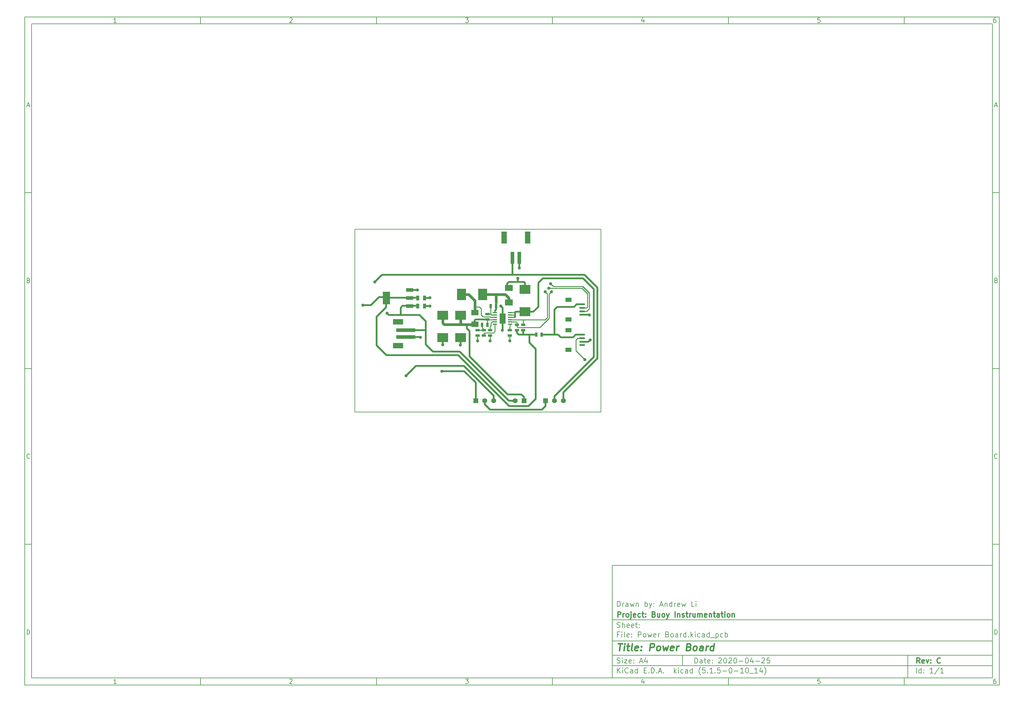
<source format=gbl>
G04 #@! TF.GenerationSoftware,KiCad,Pcbnew,(5.1.5-0-10_14)*
G04 #@! TF.CreationDate,2020-04-26T15:29:48+12:00*
G04 #@! TF.ProjectId,Power Board,506f7765-7220-4426-9f61-72642e6b6963,C*
G04 #@! TF.SameCoordinates,Original*
G04 #@! TF.FileFunction,Copper,L2,Bot*
G04 #@! TF.FilePolarity,Positive*
%FSLAX46Y46*%
G04 Gerber Fmt 4.6, Leading zero omitted, Abs format (unit mm)*
G04 Created by KiCad (PCBNEW (5.1.5-0-10_14)) date 2020-04-26 15:29:48*
%MOMM*%
%LPD*%
G04 APERTURE LIST*
%ADD10C,0.100000*%
%ADD11C,0.150000*%
%ADD12C,0.300000*%
%ADD13C,0.400000*%
%ADD14C,0.200000*%
%ADD15R,1.500000X3.400000*%
%ADD16R,1.000000X3.500000*%
%ADD17R,2.500000X3.250000*%
%ADD18C,1.397000*%
%ADD19R,1.397000X1.397000*%
%ADD20R,3.000000X1.600000*%
%ADD21R,5.500000X1.000000*%
%ADD22R,2.032000X1.016000*%
%ADD23R,2.032000X3.657600*%
%ADD24R,2.199640X1.800000*%
%ADD25R,1.651000X2.845000*%
%ADD26R,1.270000X0.381000*%
%ADD27R,1.800000X1.200000*%
%ADD28R,1.500000X0.600000*%
%ADD29R,2.032000X1.524000*%
%ADD30R,0.889000X1.397000*%
%ADD31R,1.143000X0.635000*%
%ADD32R,0.635000X1.143000*%
%ADD33R,3.100000X2.600000*%
%ADD34C,0.900000*%
%ADD35C,0.254000*%
%ADD36C,0.508000*%
%ADD37C,0.762000*%
G04 APERTURE END LIST*
D10*
D11*
X177002200Y-166007200D02*
X177002200Y-198007200D01*
X285002200Y-198007200D01*
X285002200Y-166007200D01*
X177002200Y-166007200D01*
D10*
D11*
X10000000Y-10000000D02*
X10000000Y-200007200D01*
X287002200Y-200007200D01*
X287002200Y-10000000D01*
X10000000Y-10000000D01*
D10*
D11*
X12000000Y-12000000D02*
X12000000Y-198007200D01*
X285002200Y-198007200D01*
X285002200Y-12000000D01*
X12000000Y-12000000D01*
D10*
D11*
X60000000Y-12000000D02*
X60000000Y-10000000D01*
D10*
D11*
X110000000Y-12000000D02*
X110000000Y-10000000D01*
D10*
D11*
X160000000Y-12000000D02*
X160000000Y-10000000D01*
D10*
D11*
X210000000Y-12000000D02*
X210000000Y-10000000D01*
D10*
D11*
X260000000Y-12000000D02*
X260000000Y-10000000D01*
D10*
D11*
X36065476Y-11588095D02*
X35322619Y-11588095D01*
X35694047Y-11588095D02*
X35694047Y-10288095D01*
X35570238Y-10473809D01*
X35446428Y-10597619D01*
X35322619Y-10659523D01*
D10*
D11*
X85322619Y-10411904D02*
X85384523Y-10350000D01*
X85508333Y-10288095D01*
X85817857Y-10288095D01*
X85941666Y-10350000D01*
X86003571Y-10411904D01*
X86065476Y-10535714D01*
X86065476Y-10659523D01*
X86003571Y-10845238D01*
X85260714Y-11588095D01*
X86065476Y-11588095D01*
D10*
D11*
X135260714Y-10288095D02*
X136065476Y-10288095D01*
X135632142Y-10783333D01*
X135817857Y-10783333D01*
X135941666Y-10845238D01*
X136003571Y-10907142D01*
X136065476Y-11030952D01*
X136065476Y-11340476D01*
X136003571Y-11464285D01*
X135941666Y-11526190D01*
X135817857Y-11588095D01*
X135446428Y-11588095D01*
X135322619Y-11526190D01*
X135260714Y-11464285D01*
D10*
D11*
X185941666Y-10721428D02*
X185941666Y-11588095D01*
X185632142Y-10226190D02*
X185322619Y-11154761D01*
X186127380Y-11154761D01*
D10*
D11*
X236003571Y-10288095D02*
X235384523Y-10288095D01*
X235322619Y-10907142D01*
X235384523Y-10845238D01*
X235508333Y-10783333D01*
X235817857Y-10783333D01*
X235941666Y-10845238D01*
X236003571Y-10907142D01*
X236065476Y-11030952D01*
X236065476Y-11340476D01*
X236003571Y-11464285D01*
X235941666Y-11526190D01*
X235817857Y-11588095D01*
X235508333Y-11588095D01*
X235384523Y-11526190D01*
X235322619Y-11464285D01*
D10*
D11*
X285941666Y-10288095D02*
X285694047Y-10288095D01*
X285570238Y-10350000D01*
X285508333Y-10411904D01*
X285384523Y-10597619D01*
X285322619Y-10845238D01*
X285322619Y-11340476D01*
X285384523Y-11464285D01*
X285446428Y-11526190D01*
X285570238Y-11588095D01*
X285817857Y-11588095D01*
X285941666Y-11526190D01*
X286003571Y-11464285D01*
X286065476Y-11340476D01*
X286065476Y-11030952D01*
X286003571Y-10907142D01*
X285941666Y-10845238D01*
X285817857Y-10783333D01*
X285570238Y-10783333D01*
X285446428Y-10845238D01*
X285384523Y-10907142D01*
X285322619Y-11030952D01*
D10*
D11*
X60000000Y-198007200D02*
X60000000Y-200007200D01*
D10*
D11*
X110000000Y-198007200D02*
X110000000Y-200007200D01*
D10*
D11*
X160000000Y-198007200D02*
X160000000Y-200007200D01*
D10*
D11*
X210000000Y-198007200D02*
X210000000Y-200007200D01*
D10*
D11*
X260000000Y-198007200D02*
X260000000Y-200007200D01*
D10*
D11*
X36065476Y-199595295D02*
X35322619Y-199595295D01*
X35694047Y-199595295D02*
X35694047Y-198295295D01*
X35570238Y-198481009D01*
X35446428Y-198604819D01*
X35322619Y-198666723D01*
D10*
D11*
X85322619Y-198419104D02*
X85384523Y-198357200D01*
X85508333Y-198295295D01*
X85817857Y-198295295D01*
X85941666Y-198357200D01*
X86003571Y-198419104D01*
X86065476Y-198542914D01*
X86065476Y-198666723D01*
X86003571Y-198852438D01*
X85260714Y-199595295D01*
X86065476Y-199595295D01*
D10*
D11*
X135260714Y-198295295D02*
X136065476Y-198295295D01*
X135632142Y-198790533D01*
X135817857Y-198790533D01*
X135941666Y-198852438D01*
X136003571Y-198914342D01*
X136065476Y-199038152D01*
X136065476Y-199347676D01*
X136003571Y-199471485D01*
X135941666Y-199533390D01*
X135817857Y-199595295D01*
X135446428Y-199595295D01*
X135322619Y-199533390D01*
X135260714Y-199471485D01*
D10*
D11*
X185941666Y-198728628D02*
X185941666Y-199595295D01*
X185632142Y-198233390D02*
X185322619Y-199161961D01*
X186127380Y-199161961D01*
D10*
D11*
X236003571Y-198295295D02*
X235384523Y-198295295D01*
X235322619Y-198914342D01*
X235384523Y-198852438D01*
X235508333Y-198790533D01*
X235817857Y-198790533D01*
X235941666Y-198852438D01*
X236003571Y-198914342D01*
X236065476Y-199038152D01*
X236065476Y-199347676D01*
X236003571Y-199471485D01*
X235941666Y-199533390D01*
X235817857Y-199595295D01*
X235508333Y-199595295D01*
X235384523Y-199533390D01*
X235322619Y-199471485D01*
D10*
D11*
X285941666Y-198295295D02*
X285694047Y-198295295D01*
X285570238Y-198357200D01*
X285508333Y-198419104D01*
X285384523Y-198604819D01*
X285322619Y-198852438D01*
X285322619Y-199347676D01*
X285384523Y-199471485D01*
X285446428Y-199533390D01*
X285570238Y-199595295D01*
X285817857Y-199595295D01*
X285941666Y-199533390D01*
X286003571Y-199471485D01*
X286065476Y-199347676D01*
X286065476Y-199038152D01*
X286003571Y-198914342D01*
X285941666Y-198852438D01*
X285817857Y-198790533D01*
X285570238Y-198790533D01*
X285446428Y-198852438D01*
X285384523Y-198914342D01*
X285322619Y-199038152D01*
D10*
D11*
X10000000Y-60000000D02*
X12000000Y-60000000D01*
D10*
D11*
X10000000Y-110000000D02*
X12000000Y-110000000D01*
D10*
D11*
X10000000Y-160000000D02*
X12000000Y-160000000D01*
D10*
D11*
X10690476Y-35216666D02*
X11309523Y-35216666D01*
X10566666Y-35588095D02*
X11000000Y-34288095D01*
X11433333Y-35588095D01*
D10*
D11*
X11092857Y-84907142D02*
X11278571Y-84969047D01*
X11340476Y-85030952D01*
X11402380Y-85154761D01*
X11402380Y-85340476D01*
X11340476Y-85464285D01*
X11278571Y-85526190D01*
X11154761Y-85588095D01*
X10659523Y-85588095D01*
X10659523Y-84288095D01*
X11092857Y-84288095D01*
X11216666Y-84350000D01*
X11278571Y-84411904D01*
X11340476Y-84535714D01*
X11340476Y-84659523D01*
X11278571Y-84783333D01*
X11216666Y-84845238D01*
X11092857Y-84907142D01*
X10659523Y-84907142D01*
D10*
D11*
X11402380Y-135464285D02*
X11340476Y-135526190D01*
X11154761Y-135588095D01*
X11030952Y-135588095D01*
X10845238Y-135526190D01*
X10721428Y-135402380D01*
X10659523Y-135278571D01*
X10597619Y-135030952D01*
X10597619Y-134845238D01*
X10659523Y-134597619D01*
X10721428Y-134473809D01*
X10845238Y-134350000D01*
X11030952Y-134288095D01*
X11154761Y-134288095D01*
X11340476Y-134350000D01*
X11402380Y-134411904D01*
D10*
D11*
X10659523Y-185588095D02*
X10659523Y-184288095D01*
X10969047Y-184288095D01*
X11154761Y-184350000D01*
X11278571Y-184473809D01*
X11340476Y-184597619D01*
X11402380Y-184845238D01*
X11402380Y-185030952D01*
X11340476Y-185278571D01*
X11278571Y-185402380D01*
X11154761Y-185526190D01*
X10969047Y-185588095D01*
X10659523Y-185588095D01*
D10*
D11*
X287002200Y-60000000D02*
X285002200Y-60000000D01*
D10*
D11*
X287002200Y-110000000D02*
X285002200Y-110000000D01*
D10*
D11*
X287002200Y-160000000D02*
X285002200Y-160000000D01*
D10*
D11*
X285692676Y-35216666D02*
X286311723Y-35216666D01*
X285568866Y-35588095D02*
X286002200Y-34288095D01*
X286435533Y-35588095D01*
D10*
D11*
X286095057Y-84907142D02*
X286280771Y-84969047D01*
X286342676Y-85030952D01*
X286404580Y-85154761D01*
X286404580Y-85340476D01*
X286342676Y-85464285D01*
X286280771Y-85526190D01*
X286156961Y-85588095D01*
X285661723Y-85588095D01*
X285661723Y-84288095D01*
X286095057Y-84288095D01*
X286218866Y-84350000D01*
X286280771Y-84411904D01*
X286342676Y-84535714D01*
X286342676Y-84659523D01*
X286280771Y-84783333D01*
X286218866Y-84845238D01*
X286095057Y-84907142D01*
X285661723Y-84907142D01*
D10*
D11*
X286404580Y-135464285D02*
X286342676Y-135526190D01*
X286156961Y-135588095D01*
X286033152Y-135588095D01*
X285847438Y-135526190D01*
X285723628Y-135402380D01*
X285661723Y-135278571D01*
X285599819Y-135030952D01*
X285599819Y-134845238D01*
X285661723Y-134597619D01*
X285723628Y-134473809D01*
X285847438Y-134350000D01*
X286033152Y-134288095D01*
X286156961Y-134288095D01*
X286342676Y-134350000D01*
X286404580Y-134411904D01*
D10*
D11*
X285661723Y-185588095D02*
X285661723Y-184288095D01*
X285971247Y-184288095D01*
X286156961Y-184350000D01*
X286280771Y-184473809D01*
X286342676Y-184597619D01*
X286404580Y-184845238D01*
X286404580Y-185030952D01*
X286342676Y-185278571D01*
X286280771Y-185402380D01*
X286156961Y-185526190D01*
X285971247Y-185588095D01*
X285661723Y-185588095D01*
D10*
D11*
X200434342Y-193785771D02*
X200434342Y-192285771D01*
X200791485Y-192285771D01*
X201005771Y-192357200D01*
X201148628Y-192500057D01*
X201220057Y-192642914D01*
X201291485Y-192928628D01*
X201291485Y-193142914D01*
X201220057Y-193428628D01*
X201148628Y-193571485D01*
X201005771Y-193714342D01*
X200791485Y-193785771D01*
X200434342Y-193785771D01*
X202577200Y-193785771D02*
X202577200Y-193000057D01*
X202505771Y-192857200D01*
X202362914Y-192785771D01*
X202077200Y-192785771D01*
X201934342Y-192857200D01*
X202577200Y-193714342D02*
X202434342Y-193785771D01*
X202077200Y-193785771D01*
X201934342Y-193714342D01*
X201862914Y-193571485D01*
X201862914Y-193428628D01*
X201934342Y-193285771D01*
X202077200Y-193214342D01*
X202434342Y-193214342D01*
X202577200Y-193142914D01*
X203077200Y-192785771D02*
X203648628Y-192785771D01*
X203291485Y-192285771D02*
X203291485Y-193571485D01*
X203362914Y-193714342D01*
X203505771Y-193785771D01*
X203648628Y-193785771D01*
X204720057Y-193714342D02*
X204577200Y-193785771D01*
X204291485Y-193785771D01*
X204148628Y-193714342D01*
X204077200Y-193571485D01*
X204077200Y-193000057D01*
X204148628Y-192857200D01*
X204291485Y-192785771D01*
X204577200Y-192785771D01*
X204720057Y-192857200D01*
X204791485Y-193000057D01*
X204791485Y-193142914D01*
X204077200Y-193285771D01*
X205434342Y-193642914D02*
X205505771Y-193714342D01*
X205434342Y-193785771D01*
X205362914Y-193714342D01*
X205434342Y-193642914D01*
X205434342Y-193785771D01*
X205434342Y-192857200D02*
X205505771Y-192928628D01*
X205434342Y-193000057D01*
X205362914Y-192928628D01*
X205434342Y-192857200D01*
X205434342Y-193000057D01*
X207220057Y-192428628D02*
X207291485Y-192357200D01*
X207434342Y-192285771D01*
X207791485Y-192285771D01*
X207934342Y-192357200D01*
X208005771Y-192428628D01*
X208077200Y-192571485D01*
X208077200Y-192714342D01*
X208005771Y-192928628D01*
X207148628Y-193785771D01*
X208077200Y-193785771D01*
X209005771Y-192285771D02*
X209148628Y-192285771D01*
X209291485Y-192357200D01*
X209362914Y-192428628D01*
X209434342Y-192571485D01*
X209505771Y-192857200D01*
X209505771Y-193214342D01*
X209434342Y-193500057D01*
X209362914Y-193642914D01*
X209291485Y-193714342D01*
X209148628Y-193785771D01*
X209005771Y-193785771D01*
X208862914Y-193714342D01*
X208791485Y-193642914D01*
X208720057Y-193500057D01*
X208648628Y-193214342D01*
X208648628Y-192857200D01*
X208720057Y-192571485D01*
X208791485Y-192428628D01*
X208862914Y-192357200D01*
X209005771Y-192285771D01*
X210077200Y-192428628D02*
X210148628Y-192357200D01*
X210291485Y-192285771D01*
X210648628Y-192285771D01*
X210791485Y-192357200D01*
X210862914Y-192428628D01*
X210934342Y-192571485D01*
X210934342Y-192714342D01*
X210862914Y-192928628D01*
X210005771Y-193785771D01*
X210934342Y-193785771D01*
X211862914Y-192285771D02*
X212005771Y-192285771D01*
X212148628Y-192357200D01*
X212220057Y-192428628D01*
X212291485Y-192571485D01*
X212362914Y-192857200D01*
X212362914Y-193214342D01*
X212291485Y-193500057D01*
X212220057Y-193642914D01*
X212148628Y-193714342D01*
X212005771Y-193785771D01*
X211862914Y-193785771D01*
X211720057Y-193714342D01*
X211648628Y-193642914D01*
X211577200Y-193500057D01*
X211505771Y-193214342D01*
X211505771Y-192857200D01*
X211577200Y-192571485D01*
X211648628Y-192428628D01*
X211720057Y-192357200D01*
X211862914Y-192285771D01*
X213005771Y-193214342D02*
X214148628Y-193214342D01*
X215148628Y-192285771D02*
X215291485Y-192285771D01*
X215434342Y-192357200D01*
X215505771Y-192428628D01*
X215577200Y-192571485D01*
X215648628Y-192857200D01*
X215648628Y-193214342D01*
X215577200Y-193500057D01*
X215505771Y-193642914D01*
X215434342Y-193714342D01*
X215291485Y-193785771D01*
X215148628Y-193785771D01*
X215005771Y-193714342D01*
X214934342Y-193642914D01*
X214862914Y-193500057D01*
X214791485Y-193214342D01*
X214791485Y-192857200D01*
X214862914Y-192571485D01*
X214934342Y-192428628D01*
X215005771Y-192357200D01*
X215148628Y-192285771D01*
X216934342Y-192785771D02*
X216934342Y-193785771D01*
X216577200Y-192214342D02*
X216220057Y-193285771D01*
X217148628Y-193285771D01*
X217720057Y-193214342D02*
X218862914Y-193214342D01*
X219505771Y-192428628D02*
X219577200Y-192357200D01*
X219720057Y-192285771D01*
X220077200Y-192285771D01*
X220220057Y-192357200D01*
X220291485Y-192428628D01*
X220362914Y-192571485D01*
X220362914Y-192714342D01*
X220291485Y-192928628D01*
X219434342Y-193785771D01*
X220362914Y-193785771D01*
X221720057Y-192285771D02*
X221005771Y-192285771D01*
X220934342Y-193000057D01*
X221005771Y-192928628D01*
X221148628Y-192857200D01*
X221505771Y-192857200D01*
X221648628Y-192928628D01*
X221720057Y-193000057D01*
X221791485Y-193142914D01*
X221791485Y-193500057D01*
X221720057Y-193642914D01*
X221648628Y-193714342D01*
X221505771Y-193785771D01*
X221148628Y-193785771D01*
X221005771Y-193714342D01*
X220934342Y-193642914D01*
D10*
D11*
X177002200Y-194507200D02*
X285002200Y-194507200D01*
D10*
D11*
X178434342Y-196585771D02*
X178434342Y-195085771D01*
X179291485Y-196585771D02*
X178648628Y-195728628D01*
X179291485Y-195085771D02*
X178434342Y-195942914D01*
X179934342Y-196585771D02*
X179934342Y-195585771D01*
X179934342Y-195085771D02*
X179862914Y-195157200D01*
X179934342Y-195228628D01*
X180005771Y-195157200D01*
X179934342Y-195085771D01*
X179934342Y-195228628D01*
X181505771Y-196442914D02*
X181434342Y-196514342D01*
X181220057Y-196585771D01*
X181077200Y-196585771D01*
X180862914Y-196514342D01*
X180720057Y-196371485D01*
X180648628Y-196228628D01*
X180577200Y-195942914D01*
X180577200Y-195728628D01*
X180648628Y-195442914D01*
X180720057Y-195300057D01*
X180862914Y-195157200D01*
X181077200Y-195085771D01*
X181220057Y-195085771D01*
X181434342Y-195157200D01*
X181505771Y-195228628D01*
X182791485Y-196585771D02*
X182791485Y-195800057D01*
X182720057Y-195657200D01*
X182577200Y-195585771D01*
X182291485Y-195585771D01*
X182148628Y-195657200D01*
X182791485Y-196514342D02*
X182648628Y-196585771D01*
X182291485Y-196585771D01*
X182148628Y-196514342D01*
X182077200Y-196371485D01*
X182077200Y-196228628D01*
X182148628Y-196085771D01*
X182291485Y-196014342D01*
X182648628Y-196014342D01*
X182791485Y-195942914D01*
X184148628Y-196585771D02*
X184148628Y-195085771D01*
X184148628Y-196514342D02*
X184005771Y-196585771D01*
X183720057Y-196585771D01*
X183577200Y-196514342D01*
X183505771Y-196442914D01*
X183434342Y-196300057D01*
X183434342Y-195871485D01*
X183505771Y-195728628D01*
X183577200Y-195657200D01*
X183720057Y-195585771D01*
X184005771Y-195585771D01*
X184148628Y-195657200D01*
X186005771Y-195800057D02*
X186505771Y-195800057D01*
X186720057Y-196585771D02*
X186005771Y-196585771D01*
X186005771Y-195085771D01*
X186720057Y-195085771D01*
X187362914Y-196442914D02*
X187434342Y-196514342D01*
X187362914Y-196585771D01*
X187291485Y-196514342D01*
X187362914Y-196442914D01*
X187362914Y-196585771D01*
X188077200Y-196585771D02*
X188077200Y-195085771D01*
X188434342Y-195085771D01*
X188648628Y-195157200D01*
X188791485Y-195300057D01*
X188862914Y-195442914D01*
X188934342Y-195728628D01*
X188934342Y-195942914D01*
X188862914Y-196228628D01*
X188791485Y-196371485D01*
X188648628Y-196514342D01*
X188434342Y-196585771D01*
X188077200Y-196585771D01*
X189577200Y-196442914D02*
X189648628Y-196514342D01*
X189577200Y-196585771D01*
X189505771Y-196514342D01*
X189577200Y-196442914D01*
X189577200Y-196585771D01*
X190220057Y-196157200D02*
X190934342Y-196157200D01*
X190077200Y-196585771D02*
X190577200Y-195085771D01*
X191077200Y-196585771D01*
X191577200Y-196442914D02*
X191648628Y-196514342D01*
X191577200Y-196585771D01*
X191505771Y-196514342D01*
X191577200Y-196442914D01*
X191577200Y-196585771D01*
X194577200Y-196585771D02*
X194577200Y-195085771D01*
X194720057Y-196014342D02*
X195148628Y-196585771D01*
X195148628Y-195585771D02*
X194577200Y-196157200D01*
X195791485Y-196585771D02*
X195791485Y-195585771D01*
X195791485Y-195085771D02*
X195720057Y-195157200D01*
X195791485Y-195228628D01*
X195862914Y-195157200D01*
X195791485Y-195085771D01*
X195791485Y-195228628D01*
X197148628Y-196514342D02*
X197005771Y-196585771D01*
X196720057Y-196585771D01*
X196577200Y-196514342D01*
X196505771Y-196442914D01*
X196434342Y-196300057D01*
X196434342Y-195871485D01*
X196505771Y-195728628D01*
X196577200Y-195657200D01*
X196720057Y-195585771D01*
X197005771Y-195585771D01*
X197148628Y-195657200D01*
X198434342Y-196585771D02*
X198434342Y-195800057D01*
X198362914Y-195657200D01*
X198220057Y-195585771D01*
X197934342Y-195585771D01*
X197791485Y-195657200D01*
X198434342Y-196514342D02*
X198291485Y-196585771D01*
X197934342Y-196585771D01*
X197791485Y-196514342D01*
X197720057Y-196371485D01*
X197720057Y-196228628D01*
X197791485Y-196085771D01*
X197934342Y-196014342D01*
X198291485Y-196014342D01*
X198434342Y-195942914D01*
X199791485Y-196585771D02*
X199791485Y-195085771D01*
X199791485Y-196514342D02*
X199648628Y-196585771D01*
X199362914Y-196585771D01*
X199220057Y-196514342D01*
X199148628Y-196442914D01*
X199077200Y-196300057D01*
X199077200Y-195871485D01*
X199148628Y-195728628D01*
X199220057Y-195657200D01*
X199362914Y-195585771D01*
X199648628Y-195585771D01*
X199791485Y-195657200D01*
X202077200Y-197157200D02*
X202005771Y-197085771D01*
X201862914Y-196871485D01*
X201791485Y-196728628D01*
X201720057Y-196514342D01*
X201648628Y-196157200D01*
X201648628Y-195871485D01*
X201720057Y-195514342D01*
X201791485Y-195300057D01*
X201862914Y-195157200D01*
X202005771Y-194942914D01*
X202077200Y-194871485D01*
X203362914Y-195085771D02*
X202648628Y-195085771D01*
X202577200Y-195800057D01*
X202648628Y-195728628D01*
X202791485Y-195657200D01*
X203148628Y-195657200D01*
X203291485Y-195728628D01*
X203362914Y-195800057D01*
X203434342Y-195942914D01*
X203434342Y-196300057D01*
X203362914Y-196442914D01*
X203291485Y-196514342D01*
X203148628Y-196585771D01*
X202791485Y-196585771D01*
X202648628Y-196514342D01*
X202577200Y-196442914D01*
X204077200Y-196442914D02*
X204148628Y-196514342D01*
X204077200Y-196585771D01*
X204005771Y-196514342D01*
X204077200Y-196442914D01*
X204077200Y-196585771D01*
X205577200Y-196585771D02*
X204720057Y-196585771D01*
X205148628Y-196585771D02*
X205148628Y-195085771D01*
X205005771Y-195300057D01*
X204862914Y-195442914D01*
X204720057Y-195514342D01*
X206220057Y-196442914D02*
X206291485Y-196514342D01*
X206220057Y-196585771D01*
X206148628Y-196514342D01*
X206220057Y-196442914D01*
X206220057Y-196585771D01*
X207648628Y-195085771D02*
X206934342Y-195085771D01*
X206862914Y-195800057D01*
X206934342Y-195728628D01*
X207077200Y-195657200D01*
X207434342Y-195657200D01*
X207577200Y-195728628D01*
X207648628Y-195800057D01*
X207720057Y-195942914D01*
X207720057Y-196300057D01*
X207648628Y-196442914D01*
X207577200Y-196514342D01*
X207434342Y-196585771D01*
X207077200Y-196585771D01*
X206934342Y-196514342D01*
X206862914Y-196442914D01*
X208362914Y-196014342D02*
X209505771Y-196014342D01*
X210505771Y-195085771D02*
X210648628Y-195085771D01*
X210791485Y-195157200D01*
X210862914Y-195228628D01*
X210934342Y-195371485D01*
X211005771Y-195657200D01*
X211005771Y-196014342D01*
X210934342Y-196300057D01*
X210862914Y-196442914D01*
X210791485Y-196514342D01*
X210648628Y-196585771D01*
X210505771Y-196585771D01*
X210362914Y-196514342D01*
X210291485Y-196442914D01*
X210220057Y-196300057D01*
X210148628Y-196014342D01*
X210148628Y-195657200D01*
X210220057Y-195371485D01*
X210291485Y-195228628D01*
X210362914Y-195157200D01*
X210505771Y-195085771D01*
X211648628Y-196014342D02*
X212791485Y-196014342D01*
X214291485Y-196585771D02*
X213434342Y-196585771D01*
X213862914Y-196585771D02*
X213862914Y-195085771D01*
X213720057Y-195300057D01*
X213577200Y-195442914D01*
X213434342Y-195514342D01*
X215220057Y-195085771D02*
X215362914Y-195085771D01*
X215505771Y-195157200D01*
X215577200Y-195228628D01*
X215648628Y-195371485D01*
X215720057Y-195657200D01*
X215720057Y-196014342D01*
X215648628Y-196300057D01*
X215577200Y-196442914D01*
X215505771Y-196514342D01*
X215362914Y-196585771D01*
X215220057Y-196585771D01*
X215077200Y-196514342D01*
X215005771Y-196442914D01*
X214934342Y-196300057D01*
X214862914Y-196014342D01*
X214862914Y-195657200D01*
X214934342Y-195371485D01*
X215005771Y-195228628D01*
X215077200Y-195157200D01*
X215220057Y-195085771D01*
X216005771Y-196728628D02*
X217148628Y-196728628D01*
X218291485Y-196585771D02*
X217434342Y-196585771D01*
X217862914Y-196585771D02*
X217862914Y-195085771D01*
X217720057Y-195300057D01*
X217577200Y-195442914D01*
X217434342Y-195514342D01*
X219577200Y-195585771D02*
X219577200Y-196585771D01*
X219220057Y-195014342D02*
X218862914Y-196085771D01*
X219791485Y-196085771D01*
X220220057Y-197157200D02*
X220291485Y-197085771D01*
X220434342Y-196871485D01*
X220505771Y-196728628D01*
X220577200Y-196514342D01*
X220648628Y-196157200D01*
X220648628Y-195871485D01*
X220577200Y-195514342D01*
X220505771Y-195300057D01*
X220434342Y-195157200D01*
X220291485Y-194942914D01*
X220220057Y-194871485D01*
D10*
D11*
X177002200Y-191507200D02*
X285002200Y-191507200D01*
D10*
D12*
X264411485Y-193785771D02*
X263911485Y-193071485D01*
X263554342Y-193785771D02*
X263554342Y-192285771D01*
X264125771Y-192285771D01*
X264268628Y-192357200D01*
X264340057Y-192428628D01*
X264411485Y-192571485D01*
X264411485Y-192785771D01*
X264340057Y-192928628D01*
X264268628Y-193000057D01*
X264125771Y-193071485D01*
X263554342Y-193071485D01*
X265625771Y-193714342D02*
X265482914Y-193785771D01*
X265197200Y-193785771D01*
X265054342Y-193714342D01*
X264982914Y-193571485D01*
X264982914Y-193000057D01*
X265054342Y-192857200D01*
X265197200Y-192785771D01*
X265482914Y-192785771D01*
X265625771Y-192857200D01*
X265697200Y-193000057D01*
X265697200Y-193142914D01*
X264982914Y-193285771D01*
X266197200Y-192785771D02*
X266554342Y-193785771D01*
X266911485Y-192785771D01*
X267482914Y-193642914D02*
X267554342Y-193714342D01*
X267482914Y-193785771D01*
X267411485Y-193714342D01*
X267482914Y-193642914D01*
X267482914Y-193785771D01*
X267482914Y-192857200D02*
X267554342Y-192928628D01*
X267482914Y-193000057D01*
X267411485Y-192928628D01*
X267482914Y-192857200D01*
X267482914Y-193000057D01*
X270197200Y-193642914D02*
X270125771Y-193714342D01*
X269911485Y-193785771D01*
X269768628Y-193785771D01*
X269554342Y-193714342D01*
X269411485Y-193571485D01*
X269340057Y-193428628D01*
X269268628Y-193142914D01*
X269268628Y-192928628D01*
X269340057Y-192642914D01*
X269411485Y-192500057D01*
X269554342Y-192357200D01*
X269768628Y-192285771D01*
X269911485Y-192285771D01*
X270125771Y-192357200D01*
X270197200Y-192428628D01*
D10*
D11*
X178362914Y-193714342D02*
X178577200Y-193785771D01*
X178934342Y-193785771D01*
X179077200Y-193714342D01*
X179148628Y-193642914D01*
X179220057Y-193500057D01*
X179220057Y-193357200D01*
X179148628Y-193214342D01*
X179077200Y-193142914D01*
X178934342Y-193071485D01*
X178648628Y-193000057D01*
X178505771Y-192928628D01*
X178434342Y-192857200D01*
X178362914Y-192714342D01*
X178362914Y-192571485D01*
X178434342Y-192428628D01*
X178505771Y-192357200D01*
X178648628Y-192285771D01*
X179005771Y-192285771D01*
X179220057Y-192357200D01*
X179862914Y-193785771D02*
X179862914Y-192785771D01*
X179862914Y-192285771D02*
X179791485Y-192357200D01*
X179862914Y-192428628D01*
X179934342Y-192357200D01*
X179862914Y-192285771D01*
X179862914Y-192428628D01*
X180434342Y-192785771D02*
X181220057Y-192785771D01*
X180434342Y-193785771D01*
X181220057Y-193785771D01*
X182362914Y-193714342D02*
X182220057Y-193785771D01*
X181934342Y-193785771D01*
X181791485Y-193714342D01*
X181720057Y-193571485D01*
X181720057Y-193000057D01*
X181791485Y-192857200D01*
X181934342Y-192785771D01*
X182220057Y-192785771D01*
X182362914Y-192857200D01*
X182434342Y-193000057D01*
X182434342Y-193142914D01*
X181720057Y-193285771D01*
X183077200Y-193642914D02*
X183148628Y-193714342D01*
X183077200Y-193785771D01*
X183005771Y-193714342D01*
X183077200Y-193642914D01*
X183077200Y-193785771D01*
X183077200Y-192857200D02*
X183148628Y-192928628D01*
X183077200Y-193000057D01*
X183005771Y-192928628D01*
X183077200Y-192857200D01*
X183077200Y-193000057D01*
X184862914Y-193357200D02*
X185577200Y-193357200D01*
X184720057Y-193785771D02*
X185220057Y-192285771D01*
X185720057Y-193785771D01*
X186862914Y-192785771D02*
X186862914Y-193785771D01*
X186505771Y-192214342D02*
X186148628Y-193285771D01*
X187077200Y-193285771D01*
D10*
D11*
X263434342Y-196585771D02*
X263434342Y-195085771D01*
X264791485Y-196585771D02*
X264791485Y-195085771D01*
X264791485Y-196514342D02*
X264648628Y-196585771D01*
X264362914Y-196585771D01*
X264220057Y-196514342D01*
X264148628Y-196442914D01*
X264077200Y-196300057D01*
X264077200Y-195871485D01*
X264148628Y-195728628D01*
X264220057Y-195657200D01*
X264362914Y-195585771D01*
X264648628Y-195585771D01*
X264791485Y-195657200D01*
X265505771Y-196442914D02*
X265577200Y-196514342D01*
X265505771Y-196585771D01*
X265434342Y-196514342D01*
X265505771Y-196442914D01*
X265505771Y-196585771D01*
X265505771Y-195657200D02*
X265577200Y-195728628D01*
X265505771Y-195800057D01*
X265434342Y-195728628D01*
X265505771Y-195657200D01*
X265505771Y-195800057D01*
X268148628Y-196585771D02*
X267291485Y-196585771D01*
X267720057Y-196585771D02*
X267720057Y-195085771D01*
X267577200Y-195300057D01*
X267434342Y-195442914D01*
X267291485Y-195514342D01*
X269862914Y-195014342D02*
X268577200Y-196942914D01*
X271148628Y-196585771D02*
X270291485Y-196585771D01*
X270720057Y-196585771D02*
X270720057Y-195085771D01*
X270577200Y-195300057D01*
X270434342Y-195442914D01*
X270291485Y-195514342D01*
D10*
D11*
X177002200Y-187507200D02*
X285002200Y-187507200D01*
D10*
D13*
X178714580Y-188211961D02*
X179857438Y-188211961D01*
X179036009Y-190211961D02*
X179286009Y-188211961D01*
X180274104Y-190211961D02*
X180440771Y-188878628D01*
X180524104Y-188211961D02*
X180416961Y-188307200D01*
X180500295Y-188402438D01*
X180607438Y-188307200D01*
X180524104Y-188211961D01*
X180500295Y-188402438D01*
X181107438Y-188878628D02*
X181869342Y-188878628D01*
X181476485Y-188211961D02*
X181262200Y-189926247D01*
X181333628Y-190116723D01*
X181512200Y-190211961D01*
X181702676Y-190211961D01*
X182655057Y-190211961D02*
X182476485Y-190116723D01*
X182405057Y-189926247D01*
X182619342Y-188211961D01*
X184190771Y-190116723D02*
X183988390Y-190211961D01*
X183607438Y-190211961D01*
X183428866Y-190116723D01*
X183357438Y-189926247D01*
X183452676Y-189164342D01*
X183571723Y-188973866D01*
X183774104Y-188878628D01*
X184155057Y-188878628D01*
X184333628Y-188973866D01*
X184405057Y-189164342D01*
X184381247Y-189354819D01*
X183405057Y-189545295D01*
X185155057Y-190021485D02*
X185238390Y-190116723D01*
X185131247Y-190211961D01*
X185047914Y-190116723D01*
X185155057Y-190021485D01*
X185131247Y-190211961D01*
X185286009Y-188973866D02*
X185369342Y-189069104D01*
X185262200Y-189164342D01*
X185178866Y-189069104D01*
X185286009Y-188973866D01*
X185262200Y-189164342D01*
X187607438Y-190211961D02*
X187857438Y-188211961D01*
X188619342Y-188211961D01*
X188797914Y-188307200D01*
X188881247Y-188402438D01*
X188952676Y-188592914D01*
X188916961Y-188878628D01*
X188797914Y-189069104D01*
X188690771Y-189164342D01*
X188488390Y-189259580D01*
X187726485Y-189259580D01*
X189893152Y-190211961D02*
X189714580Y-190116723D01*
X189631247Y-190021485D01*
X189559819Y-189831009D01*
X189631247Y-189259580D01*
X189750295Y-189069104D01*
X189857438Y-188973866D01*
X190059819Y-188878628D01*
X190345533Y-188878628D01*
X190524104Y-188973866D01*
X190607438Y-189069104D01*
X190678866Y-189259580D01*
X190607438Y-189831009D01*
X190488390Y-190021485D01*
X190381247Y-190116723D01*
X190178866Y-190211961D01*
X189893152Y-190211961D01*
X191393152Y-188878628D02*
X191607438Y-190211961D01*
X192107438Y-189259580D01*
X192369342Y-190211961D01*
X192916961Y-188878628D01*
X194286009Y-190116723D02*
X194083628Y-190211961D01*
X193702676Y-190211961D01*
X193524104Y-190116723D01*
X193452676Y-189926247D01*
X193547914Y-189164342D01*
X193666961Y-188973866D01*
X193869342Y-188878628D01*
X194250295Y-188878628D01*
X194428866Y-188973866D01*
X194500295Y-189164342D01*
X194476485Y-189354819D01*
X193500295Y-189545295D01*
X195226485Y-190211961D02*
X195393152Y-188878628D01*
X195345533Y-189259580D02*
X195464580Y-189069104D01*
X195571723Y-188973866D01*
X195774104Y-188878628D01*
X195964580Y-188878628D01*
X198786009Y-189164342D02*
X199059819Y-189259580D01*
X199143152Y-189354819D01*
X199214580Y-189545295D01*
X199178866Y-189831009D01*
X199059819Y-190021485D01*
X198952676Y-190116723D01*
X198750295Y-190211961D01*
X197988390Y-190211961D01*
X198238390Y-188211961D01*
X198905057Y-188211961D01*
X199083628Y-188307200D01*
X199166961Y-188402438D01*
X199238390Y-188592914D01*
X199214580Y-188783390D01*
X199095533Y-188973866D01*
X198988390Y-189069104D01*
X198786009Y-189164342D01*
X198119342Y-189164342D01*
X200274104Y-190211961D02*
X200095533Y-190116723D01*
X200012200Y-190021485D01*
X199940771Y-189831009D01*
X200012200Y-189259580D01*
X200131247Y-189069104D01*
X200238390Y-188973866D01*
X200440771Y-188878628D01*
X200726485Y-188878628D01*
X200905057Y-188973866D01*
X200988390Y-189069104D01*
X201059819Y-189259580D01*
X200988390Y-189831009D01*
X200869342Y-190021485D01*
X200762200Y-190116723D01*
X200559819Y-190211961D01*
X200274104Y-190211961D01*
X202655057Y-190211961D02*
X202786009Y-189164342D01*
X202714580Y-188973866D01*
X202536009Y-188878628D01*
X202155057Y-188878628D01*
X201952676Y-188973866D01*
X202666961Y-190116723D02*
X202464580Y-190211961D01*
X201988390Y-190211961D01*
X201809819Y-190116723D01*
X201738390Y-189926247D01*
X201762200Y-189735771D01*
X201881247Y-189545295D01*
X202083628Y-189450057D01*
X202559819Y-189450057D01*
X202762200Y-189354819D01*
X203607438Y-190211961D02*
X203774104Y-188878628D01*
X203726485Y-189259580D02*
X203845533Y-189069104D01*
X203952676Y-188973866D01*
X204155057Y-188878628D01*
X204345533Y-188878628D01*
X205702676Y-190211961D02*
X205952676Y-188211961D01*
X205714580Y-190116723D02*
X205512200Y-190211961D01*
X205131247Y-190211961D01*
X204952676Y-190116723D01*
X204869342Y-190021485D01*
X204797914Y-189831009D01*
X204869342Y-189259580D01*
X204988390Y-189069104D01*
X205095533Y-188973866D01*
X205297914Y-188878628D01*
X205678866Y-188878628D01*
X205857438Y-188973866D01*
D10*
D11*
X178934342Y-185600057D02*
X178434342Y-185600057D01*
X178434342Y-186385771D02*
X178434342Y-184885771D01*
X179148628Y-184885771D01*
X179720057Y-186385771D02*
X179720057Y-185385771D01*
X179720057Y-184885771D02*
X179648628Y-184957200D01*
X179720057Y-185028628D01*
X179791485Y-184957200D01*
X179720057Y-184885771D01*
X179720057Y-185028628D01*
X180648628Y-186385771D02*
X180505771Y-186314342D01*
X180434342Y-186171485D01*
X180434342Y-184885771D01*
X181791485Y-186314342D02*
X181648628Y-186385771D01*
X181362914Y-186385771D01*
X181220057Y-186314342D01*
X181148628Y-186171485D01*
X181148628Y-185600057D01*
X181220057Y-185457200D01*
X181362914Y-185385771D01*
X181648628Y-185385771D01*
X181791485Y-185457200D01*
X181862914Y-185600057D01*
X181862914Y-185742914D01*
X181148628Y-185885771D01*
X182505771Y-186242914D02*
X182577200Y-186314342D01*
X182505771Y-186385771D01*
X182434342Y-186314342D01*
X182505771Y-186242914D01*
X182505771Y-186385771D01*
X182505771Y-185457200D02*
X182577200Y-185528628D01*
X182505771Y-185600057D01*
X182434342Y-185528628D01*
X182505771Y-185457200D01*
X182505771Y-185600057D01*
X184362914Y-186385771D02*
X184362914Y-184885771D01*
X184934342Y-184885771D01*
X185077200Y-184957200D01*
X185148628Y-185028628D01*
X185220057Y-185171485D01*
X185220057Y-185385771D01*
X185148628Y-185528628D01*
X185077200Y-185600057D01*
X184934342Y-185671485D01*
X184362914Y-185671485D01*
X186077200Y-186385771D02*
X185934342Y-186314342D01*
X185862914Y-186242914D01*
X185791485Y-186100057D01*
X185791485Y-185671485D01*
X185862914Y-185528628D01*
X185934342Y-185457200D01*
X186077200Y-185385771D01*
X186291485Y-185385771D01*
X186434342Y-185457200D01*
X186505771Y-185528628D01*
X186577200Y-185671485D01*
X186577200Y-186100057D01*
X186505771Y-186242914D01*
X186434342Y-186314342D01*
X186291485Y-186385771D01*
X186077200Y-186385771D01*
X187077200Y-185385771D02*
X187362914Y-186385771D01*
X187648628Y-185671485D01*
X187934342Y-186385771D01*
X188220057Y-185385771D01*
X189362914Y-186314342D02*
X189220057Y-186385771D01*
X188934342Y-186385771D01*
X188791485Y-186314342D01*
X188720057Y-186171485D01*
X188720057Y-185600057D01*
X188791485Y-185457200D01*
X188934342Y-185385771D01*
X189220057Y-185385771D01*
X189362914Y-185457200D01*
X189434342Y-185600057D01*
X189434342Y-185742914D01*
X188720057Y-185885771D01*
X190077200Y-186385771D02*
X190077200Y-185385771D01*
X190077200Y-185671485D02*
X190148628Y-185528628D01*
X190220057Y-185457200D01*
X190362914Y-185385771D01*
X190505771Y-185385771D01*
X192648628Y-185600057D02*
X192862914Y-185671485D01*
X192934342Y-185742914D01*
X193005771Y-185885771D01*
X193005771Y-186100057D01*
X192934342Y-186242914D01*
X192862914Y-186314342D01*
X192720057Y-186385771D01*
X192148628Y-186385771D01*
X192148628Y-184885771D01*
X192648628Y-184885771D01*
X192791485Y-184957200D01*
X192862914Y-185028628D01*
X192934342Y-185171485D01*
X192934342Y-185314342D01*
X192862914Y-185457200D01*
X192791485Y-185528628D01*
X192648628Y-185600057D01*
X192148628Y-185600057D01*
X193862914Y-186385771D02*
X193720057Y-186314342D01*
X193648628Y-186242914D01*
X193577200Y-186100057D01*
X193577200Y-185671485D01*
X193648628Y-185528628D01*
X193720057Y-185457200D01*
X193862914Y-185385771D01*
X194077200Y-185385771D01*
X194220057Y-185457200D01*
X194291485Y-185528628D01*
X194362914Y-185671485D01*
X194362914Y-186100057D01*
X194291485Y-186242914D01*
X194220057Y-186314342D01*
X194077200Y-186385771D01*
X193862914Y-186385771D01*
X195648628Y-186385771D02*
X195648628Y-185600057D01*
X195577200Y-185457200D01*
X195434342Y-185385771D01*
X195148628Y-185385771D01*
X195005771Y-185457200D01*
X195648628Y-186314342D02*
X195505771Y-186385771D01*
X195148628Y-186385771D01*
X195005771Y-186314342D01*
X194934342Y-186171485D01*
X194934342Y-186028628D01*
X195005771Y-185885771D01*
X195148628Y-185814342D01*
X195505771Y-185814342D01*
X195648628Y-185742914D01*
X196362914Y-186385771D02*
X196362914Y-185385771D01*
X196362914Y-185671485D02*
X196434342Y-185528628D01*
X196505771Y-185457200D01*
X196648628Y-185385771D01*
X196791485Y-185385771D01*
X197934342Y-186385771D02*
X197934342Y-184885771D01*
X197934342Y-186314342D02*
X197791485Y-186385771D01*
X197505771Y-186385771D01*
X197362914Y-186314342D01*
X197291485Y-186242914D01*
X197220057Y-186100057D01*
X197220057Y-185671485D01*
X197291485Y-185528628D01*
X197362914Y-185457200D01*
X197505771Y-185385771D01*
X197791485Y-185385771D01*
X197934342Y-185457200D01*
X198648628Y-186242914D02*
X198720057Y-186314342D01*
X198648628Y-186385771D01*
X198577200Y-186314342D01*
X198648628Y-186242914D01*
X198648628Y-186385771D01*
X199362914Y-186385771D02*
X199362914Y-184885771D01*
X199505771Y-185814342D02*
X199934342Y-186385771D01*
X199934342Y-185385771D02*
X199362914Y-185957200D01*
X200577200Y-186385771D02*
X200577200Y-185385771D01*
X200577200Y-184885771D02*
X200505771Y-184957200D01*
X200577200Y-185028628D01*
X200648628Y-184957200D01*
X200577200Y-184885771D01*
X200577200Y-185028628D01*
X201934342Y-186314342D02*
X201791485Y-186385771D01*
X201505771Y-186385771D01*
X201362914Y-186314342D01*
X201291485Y-186242914D01*
X201220057Y-186100057D01*
X201220057Y-185671485D01*
X201291485Y-185528628D01*
X201362914Y-185457200D01*
X201505771Y-185385771D01*
X201791485Y-185385771D01*
X201934342Y-185457200D01*
X203220057Y-186385771D02*
X203220057Y-185600057D01*
X203148628Y-185457200D01*
X203005771Y-185385771D01*
X202720057Y-185385771D01*
X202577200Y-185457200D01*
X203220057Y-186314342D02*
X203077200Y-186385771D01*
X202720057Y-186385771D01*
X202577200Y-186314342D01*
X202505771Y-186171485D01*
X202505771Y-186028628D01*
X202577200Y-185885771D01*
X202720057Y-185814342D01*
X203077200Y-185814342D01*
X203220057Y-185742914D01*
X204577200Y-186385771D02*
X204577200Y-184885771D01*
X204577200Y-186314342D02*
X204434342Y-186385771D01*
X204148628Y-186385771D01*
X204005771Y-186314342D01*
X203934342Y-186242914D01*
X203862914Y-186100057D01*
X203862914Y-185671485D01*
X203934342Y-185528628D01*
X204005771Y-185457200D01*
X204148628Y-185385771D01*
X204434342Y-185385771D01*
X204577200Y-185457200D01*
X204934342Y-186528628D02*
X206077200Y-186528628D01*
X206434342Y-185385771D02*
X206434342Y-186885771D01*
X206434342Y-185457200D02*
X206577200Y-185385771D01*
X206862914Y-185385771D01*
X207005771Y-185457200D01*
X207077200Y-185528628D01*
X207148628Y-185671485D01*
X207148628Y-186100057D01*
X207077200Y-186242914D01*
X207005771Y-186314342D01*
X206862914Y-186385771D01*
X206577200Y-186385771D01*
X206434342Y-186314342D01*
X208434342Y-186314342D02*
X208291485Y-186385771D01*
X208005771Y-186385771D01*
X207862914Y-186314342D01*
X207791485Y-186242914D01*
X207720057Y-186100057D01*
X207720057Y-185671485D01*
X207791485Y-185528628D01*
X207862914Y-185457200D01*
X208005771Y-185385771D01*
X208291485Y-185385771D01*
X208434342Y-185457200D01*
X209077200Y-186385771D02*
X209077200Y-184885771D01*
X209077200Y-185457200D02*
X209220057Y-185385771D01*
X209505771Y-185385771D01*
X209648628Y-185457200D01*
X209720057Y-185528628D01*
X209791485Y-185671485D01*
X209791485Y-186100057D01*
X209720057Y-186242914D01*
X209648628Y-186314342D01*
X209505771Y-186385771D01*
X209220057Y-186385771D01*
X209077200Y-186314342D01*
D10*
D11*
X177002200Y-181507200D02*
X285002200Y-181507200D01*
D10*
D11*
X178362914Y-183614342D02*
X178577200Y-183685771D01*
X178934342Y-183685771D01*
X179077200Y-183614342D01*
X179148628Y-183542914D01*
X179220057Y-183400057D01*
X179220057Y-183257200D01*
X179148628Y-183114342D01*
X179077200Y-183042914D01*
X178934342Y-182971485D01*
X178648628Y-182900057D01*
X178505771Y-182828628D01*
X178434342Y-182757200D01*
X178362914Y-182614342D01*
X178362914Y-182471485D01*
X178434342Y-182328628D01*
X178505771Y-182257200D01*
X178648628Y-182185771D01*
X179005771Y-182185771D01*
X179220057Y-182257200D01*
X179862914Y-183685771D02*
X179862914Y-182185771D01*
X180505771Y-183685771D02*
X180505771Y-182900057D01*
X180434342Y-182757200D01*
X180291485Y-182685771D01*
X180077200Y-182685771D01*
X179934342Y-182757200D01*
X179862914Y-182828628D01*
X181791485Y-183614342D02*
X181648628Y-183685771D01*
X181362914Y-183685771D01*
X181220057Y-183614342D01*
X181148628Y-183471485D01*
X181148628Y-182900057D01*
X181220057Y-182757200D01*
X181362914Y-182685771D01*
X181648628Y-182685771D01*
X181791485Y-182757200D01*
X181862914Y-182900057D01*
X181862914Y-183042914D01*
X181148628Y-183185771D01*
X183077200Y-183614342D02*
X182934342Y-183685771D01*
X182648628Y-183685771D01*
X182505771Y-183614342D01*
X182434342Y-183471485D01*
X182434342Y-182900057D01*
X182505771Y-182757200D01*
X182648628Y-182685771D01*
X182934342Y-182685771D01*
X183077200Y-182757200D01*
X183148628Y-182900057D01*
X183148628Y-183042914D01*
X182434342Y-183185771D01*
X183577200Y-182685771D02*
X184148628Y-182685771D01*
X183791485Y-182185771D02*
X183791485Y-183471485D01*
X183862914Y-183614342D01*
X184005771Y-183685771D01*
X184148628Y-183685771D01*
X184648628Y-183542914D02*
X184720057Y-183614342D01*
X184648628Y-183685771D01*
X184577200Y-183614342D01*
X184648628Y-183542914D01*
X184648628Y-183685771D01*
X184648628Y-182757200D02*
X184720057Y-182828628D01*
X184648628Y-182900057D01*
X184577200Y-182828628D01*
X184648628Y-182757200D01*
X184648628Y-182900057D01*
D10*
D12*
X178554342Y-180685771D02*
X178554342Y-179185771D01*
X179125771Y-179185771D01*
X179268628Y-179257200D01*
X179340057Y-179328628D01*
X179411485Y-179471485D01*
X179411485Y-179685771D01*
X179340057Y-179828628D01*
X179268628Y-179900057D01*
X179125771Y-179971485D01*
X178554342Y-179971485D01*
X180054342Y-180685771D02*
X180054342Y-179685771D01*
X180054342Y-179971485D02*
X180125771Y-179828628D01*
X180197200Y-179757200D01*
X180340057Y-179685771D01*
X180482914Y-179685771D01*
X181197200Y-180685771D02*
X181054342Y-180614342D01*
X180982914Y-180542914D01*
X180911485Y-180400057D01*
X180911485Y-179971485D01*
X180982914Y-179828628D01*
X181054342Y-179757200D01*
X181197200Y-179685771D01*
X181411485Y-179685771D01*
X181554342Y-179757200D01*
X181625771Y-179828628D01*
X181697200Y-179971485D01*
X181697200Y-180400057D01*
X181625771Y-180542914D01*
X181554342Y-180614342D01*
X181411485Y-180685771D01*
X181197200Y-180685771D01*
X182340057Y-179685771D02*
X182340057Y-180971485D01*
X182268628Y-181114342D01*
X182125771Y-181185771D01*
X182054342Y-181185771D01*
X182340057Y-179185771D02*
X182268628Y-179257200D01*
X182340057Y-179328628D01*
X182411485Y-179257200D01*
X182340057Y-179185771D01*
X182340057Y-179328628D01*
X183625771Y-180614342D02*
X183482914Y-180685771D01*
X183197200Y-180685771D01*
X183054342Y-180614342D01*
X182982914Y-180471485D01*
X182982914Y-179900057D01*
X183054342Y-179757200D01*
X183197200Y-179685771D01*
X183482914Y-179685771D01*
X183625771Y-179757200D01*
X183697200Y-179900057D01*
X183697200Y-180042914D01*
X182982914Y-180185771D01*
X184982914Y-180614342D02*
X184840057Y-180685771D01*
X184554342Y-180685771D01*
X184411485Y-180614342D01*
X184340057Y-180542914D01*
X184268628Y-180400057D01*
X184268628Y-179971485D01*
X184340057Y-179828628D01*
X184411485Y-179757200D01*
X184554342Y-179685771D01*
X184840057Y-179685771D01*
X184982914Y-179757200D01*
X185411485Y-179685771D02*
X185982914Y-179685771D01*
X185625771Y-179185771D02*
X185625771Y-180471485D01*
X185697200Y-180614342D01*
X185840057Y-180685771D01*
X185982914Y-180685771D01*
X186482914Y-180542914D02*
X186554342Y-180614342D01*
X186482914Y-180685771D01*
X186411485Y-180614342D01*
X186482914Y-180542914D01*
X186482914Y-180685771D01*
X186482914Y-179757200D02*
X186554342Y-179828628D01*
X186482914Y-179900057D01*
X186411485Y-179828628D01*
X186482914Y-179757200D01*
X186482914Y-179900057D01*
X188840057Y-179900057D02*
X189054342Y-179971485D01*
X189125771Y-180042914D01*
X189197200Y-180185771D01*
X189197200Y-180400057D01*
X189125771Y-180542914D01*
X189054342Y-180614342D01*
X188911485Y-180685771D01*
X188340057Y-180685771D01*
X188340057Y-179185771D01*
X188840057Y-179185771D01*
X188982914Y-179257200D01*
X189054342Y-179328628D01*
X189125771Y-179471485D01*
X189125771Y-179614342D01*
X189054342Y-179757200D01*
X188982914Y-179828628D01*
X188840057Y-179900057D01*
X188340057Y-179900057D01*
X190482914Y-179685771D02*
X190482914Y-180685771D01*
X189840057Y-179685771D02*
X189840057Y-180471485D01*
X189911485Y-180614342D01*
X190054342Y-180685771D01*
X190268628Y-180685771D01*
X190411485Y-180614342D01*
X190482914Y-180542914D01*
X191411485Y-180685771D02*
X191268628Y-180614342D01*
X191197200Y-180542914D01*
X191125771Y-180400057D01*
X191125771Y-179971485D01*
X191197200Y-179828628D01*
X191268628Y-179757200D01*
X191411485Y-179685771D01*
X191625771Y-179685771D01*
X191768628Y-179757200D01*
X191840057Y-179828628D01*
X191911485Y-179971485D01*
X191911485Y-180400057D01*
X191840057Y-180542914D01*
X191768628Y-180614342D01*
X191625771Y-180685771D01*
X191411485Y-180685771D01*
X192411485Y-179685771D02*
X192768628Y-180685771D01*
X193125771Y-179685771D02*
X192768628Y-180685771D01*
X192625771Y-181042914D01*
X192554342Y-181114342D01*
X192411485Y-181185771D01*
X194840057Y-180685771D02*
X194840057Y-179185771D01*
X195554342Y-179685771D02*
X195554342Y-180685771D01*
X195554342Y-179828628D02*
X195625771Y-179757200D01*
X195768628Y-179685771D01*
X195982914Y-179685771D01*
X196125771Y-179757200D01*
X196197200Y-179900057D01*
X196197200Y-180685771D01*
X196840057Y-180614342D02*
X196982914Y-180685771D01*
X197268628Y-180685771D01*
X197411485Y-180614342D01*
X197482914Y-180471485D01*
X197482914Y-180400057D01*
X197411485Y-180257200D01*
X197268628Y-180185771D01*
X197054342Y-180185771D01*
X196911485Y-180114342D01*
X196840057Y-179971485D01*
X196840057Y-179900057D01*
X196911485Y-179757200D01*
X197054342Y-179685771D01*
X197268628Y-179685771D01*
X197411485Y-179757200D01*
X197911485Y-179685771D02*
X198482914Y-179685771D01*
X198125771Y-179185771D02*
X198125771Y-180471485D01*
X198197200Y-180614342D01*
X198340057Y-180685771D01*
X198482914Y-180685771D01*
X198982914Y-180685771D02*
X198982914Y-179685771D01*
X198982914Y-179971485D02*
X199054342Y-179828628D01*
X199125771Y-179757200D01*
X199268628Y-179685771D01*
X199411485Y-179685771D01*
X200554342Y-179685771D02*
X200554342Y-180685771D01*
X199911485Y-179685771D02*
X199911485Y-180471485D01*
X199982914Y-180614342D01*
X200125771Y-180685771D01*
X200340057Y-180685771D01*
X200482914Y-180614342D01*
X200554342Y-180542914D01*
X201268628Y-180685771D02*
X201268628Y-179685771D01*
X201268628Y-179828628D02*
X201340057Y-179757200D01*
X201482914Y-179685771D01*
X201697200Y-179685771D01*
X201840057Y-179757200D01*
X201911485Y-179900057D01*
X201911485Y-180685771D01*
X201911485Y-179900057D02*
X201982914Y-179757200D01*
X202125771Y-179685771D01*
X202340057Y-179685771D01*
X202482914Y-179757200D01*
X202554342Y-179900057D01*
X202554342Y-180685771D01*
X203840057Y-180614342D02*
X203697200Y-180685771D01*
X203411485Y-180685771D01*
X203268628Y-180614342D01*
X203197200Y-180471485D01*
X203197200Y-179900057D01*
X203268628Y-179757200D01*
X203411485Y-179685771D01*
X203697200Y-179685771D01*
X203840057Y-179757200D01*
X203911485Y-179900057D01*
X203911485Y-180042914D01*
X203197200Y-180185771D01*
X204554342Y-179685771D02*
X204554342Y-180685771D01*
X204554342Y-179828628D02*
X204625771Y-179757200D01*
X204768628Y-179685771D01*
X204982914Y-179685771D01*
X205125771Y-179757200D01*
X205197200Y-179900057D01*
X205197200Y-180685771D01*
X205697200Y-179685771D02*
X206268628Y-179685771D01*
X205911485Y-179185771D02*
X205911485Y-180471485D01*
X205982914Y-180614342D01*
X206125771Y-180685771D01*
X206268628Y-180685771D01*
X207411485Y-180685771D02*
X207411485Y-179900057D01*
X207340057Y-179757200D01*
X207197200Y-179685771D01*
X206911485Y-179685771D01*
X206768628Y-179757200D01*
X207411485Y-180614342D02*
X207268628Y-180685771D01*
X206911485Y-180685771D01*
X206768628Y-180614342D01*
X206697200Y-180471485D01*
X206697200Y-180328628D01*
X206768628Y-180185771D01*
X206911485Y-180114342D01*
X207268628Y-180114342D01*
X207411485Y-180042914D01*
X207911485Y-179685771D02*
X208482914Y-179685771D01*
X208125771Y-179185771D02*
X208125771Y-180471485D01*
X208197200Y-180614342D01*
X208340057Y-180685771D01*
X208482914Y-180685771D01*
X208982914Y-180685771D02*
X208982914Y-179685771D01*
X208982914Y-179185771D02*
X208911485Y-179257200D01*
X208982914Y-179328628D01*
X209054342Y-179257200D01*
X208982914Y-179185771D01*
X208982914Y-179328628D01*
X209911485Y-180685771D02*
X209768628Y-180614342D01*
X209697200Y-180542914D01*
X209625771Y-180400057D01*
X209625771Y-179971485D01*
X209697200Y-179828628D01*
X209768628Y-179757200D01*
X209911485Y-179685771D01*
X210125771Y-179685771D01*
X210268628Y-179757200D01*
X210340057Y-179828628D01*
X210411485Y-179971485D01*
X210411485Y-180400057D01*
X210340057Y-180542914D01*
X210268628Y-180614342D01*
X210125771Y-180685771D01*
X209911485Y-180685771D01*
X211054342Y-179685771D02*
X211054342Y-180685771D01*
X211054342Y-179828628D02*
X211125771Y-179757200D01*
X211268628Y-179685771D01*
X211482914Y-179685771D01*
X211625771Y-179757200D01*
X211697200Y-179900057D01*
X211697200Y-180685771D01*
D10*
D11*
X178434342Y-177685771D02*
X178434342Y-176185771D01*
X178791485Y-176185771D01*
X179005771Y-176257200D01*
X179148628Y-176400057D01*
X179220057Y-176542914D01*
X179291485Y-176828628D01*
X179291485Y-177042914D01*
X179220057Y-177328628D01*
X179148628Y-177471485D01*
X179005771Y-177614342D01*
X178791485Y-177685771D01*
X178434342Y-177685771D01*
X179934342Y-177685771D02*
X179934342Y-176685771D01*
X179934342Y-176971485D02*
X180005771Y-176828628D01*
X180077200Y-176757200D01*
X180220057Y-176685771D01*
X180362914Y-176685771D01*
X181505771Y-177685771D02*
X181505771Y-176900057D01*
X181434342Y-176757200D01*
X181291485Y-176685771D01*
X181005771Y-176685771D01*
X180862914Y-176757200D01*
X181505771Y-177614342D02*
X181362914Y-177685771D01*
X181005771Y-177685771D01*
X180862914Y-177614342D01*
X180791485Y-177471485D01*
X180791485Y-177328628D01*
X180862914Y-177185771D01*
X181005771Y-177114342D01*
X181362914Y-177114342D01*
X181505771Y-177042914D01*
X182077200Y-176685771D02*
X182362914Y-177685771D01*
X182648628Y-176971485D01*
X182934342Y-177685771D01*
X183220057Y-176685771D01*
X183791485Y-176685771D02*
X183791485Y-177685771D01*
X183791485Y-176828628D02*
X183862914Y-176757200D01*
X184005771Y-176685771D01*
X184220057Y-176685771D01*
X184362914Y-176757200D01*
X184434342Y-176900057D01*
X184434342Y-177685771D01*
X186291485Y-177685771D02*
X186291485Y-176185771D01*
X186291485Y-176757200D02*
X186434342Y-176685771D01*
X186720057Y-176685771D01*
X186862914Y-176757200D01*
X186934342Y-176828628D01*
X187005771Y-176971485D01*
X187005771Y-177400057D01*
X186934342Y-177542914D01*
X186862914Y-177614342D01*
X186720057Y-177685771D01*
X186434342Y-177685771D01*
X186291485Y-177614342D01*
X187505771Y-176685771D02*
X187862914Y-177685771D01*
X188220057Y-176685771D02*
X187862914Y-177685771D01*
X187720057Y-178042914D01*
X187648628Y-178114342D01*
X187505771Y-178185771D01*
X188791485Y-177542914D02*
X188862914Y-177614342D01*
X188791485Y-177685771D01*
X188720057Y-177614342D01*
X188791485Y-177542914D01*
X188791485Y-177685771D01*
X188791485Y-176757200D02*
X188862914Y-176828628D01*
X188791485Y-176900057D01*
X188720057Y-176828628D01*
X188791485Y-176757200D01*
X188791485Y-176900057D01*
X190577200Y-177257200D02*
X191291485Y-177257200D01*
X190434342Y-177685771D02*
X190934342Y-176185771D01*
X191434342Y-177685771D01*
X191934342Y-176685771D02*
X191934342Y-177685771D01*
X191934342Y-176828628D02*
X192005771Y-176757200D01*
X192148628Y-176685771D01*
X192362914Y-176685771D01*
X192505771Y-176757200D01*
X192577200Y-176900057D01*
X192577200Y-177685771D01*
X193934342Y-177685771D02*
X193934342Y-176185771D01*
X193934342Y-177614342D02*
X193791485Y-177685771D01*
X193505771Y-177685771D01*
X193362914Y-177614342D01*
X193291485Y-177542914D01*
X193220057Y-177400057D01*
X193220057Y-176971485D01*
X193291485Y-176828628D01*
X193362914Y-176757200D01*
X193505771Y-176685771D01*
X193791485Y-176685771D01*
X193934342Y-176757200D01*
X194648628Y-177685771D02*
X194648628Y-176685771D01*
X194648628Y-176971485D02*
X194720057Y-176828628D01*
X194791485Y-176757200D01*
X194934342Y-176685771D01*
X195077200Y-176685771D01*
X196148628Y-177614342D02*
X196005771Y-177685771D01*
X195720057Y-177685771D01*
X195577200Y-177614342D01*
X195505771Y-177471485D01*
X195505771Y-176900057D01*
X195577200Y-176757200D01*
X195720057Y-176685771D01*
X196005771Y-176685771D01*
X196148628Y-176757200D01*
X196220057Y-176900057D01*
X196220057Y-177042914D01*
X195505771Y-177185771D01*
X196720057Y-176685771D02*
X197005771Y-177685771D01*
X197291485Y-176971485D01*
X197577200Y-177685771D01*
X197862914Y-176685771D01*
X200291485Y-177685771D02*
X199577200Y-177685771D01*
X199577200Y-176185771D01*
X200791485Y-177685771D02*
X200791485Y-176685771D01*
X200791485Y-176185771D02*
X200720057Y-176257200D01*
X200791485Y-176328628D01*
X200862914Y-176257200D01*
X200791485Y-176185771D01*
X200791485Y-176328628D01*
D10*
D11*
X197002200Y-191507200D02*
X197002200Y-194507200D01*
D10*
D11*
X261002200Y-191507200D02*
X261002200Y-198007200D01*
D14*
X173800000Y-122400000D02*
X173800000Y-70400000D01*
X103800000Y-70400000D02*
X103800000Y-122400000D01*
X173800000Y-70400000D02*
X103800000Y-70400000D01*
X103800000Y-122400000D02*
X173800000Y-122400000D01*
D15*
X146250000Y-72740000D03*
X152950000Y-72740000D03*
D16*
X150600000Y-78490000D03*
X148600000Y-78490000D03*
D17*
X140160000Y-88900000D03*
X134160000Y-88900000D03*
D18*
X143256000Y-119126000D03*
X140716000Y-119126000D03*
D19*
X138176000Y-119126000D03*
D18*
X163068000Y-119126000D03*
X160528000Y-119126000D03*
D19*
X157988000Y-119126000D03*
D20*
X116070000Y-103476000D03*
X116070000Y-96676000D03*
D21*
X118320000Y-99076000D03*
X118320000Y-101076000D03*
D22*
X119380000Y-87630000D03*
X119380000Y-92202000D03*
X119380000Y-89916000D03*
D23*
X112776000Y-89916000D03*
D18*
X149352000Y-119126000D03*
D19*
X151892000Y-119126000D03*
D24*
X147574000Y-91254000D03*
X147574000Y-87054000D03*
D25*
X145796000Y-95758000D03*
D26*
X143637000Y-94782640D03*
X143637000Y-95432880D03*
X143637000Y-96083120D03*
X143637000Y-96733360D03*
X147955000Y-96733360D03*
X147955000Y-96083120D03*
X147955000Y-95432880D03*
X147955000Y-94782640D03*
X143637000Y-97383360D03*
X143637000Y-94132640D03*
X147955000Y-94132640D03*
X147955000Y-97383360D03*
D27*
X164502000Y-96018000D03*
X164502000Y-90418000D03*
D28*
X168402000Y-91718000D03*
X168402000Y-94718000D03*
X168402000Y-93718000D03*
X168402000Y-92718000D03*
D27*
X164502000Y-104654000D03*
X164502000Y-99054000D03*
D28*
X168402000Y-100354000D03*
X168402000Y-103354000D03*
X168402000Y-102354000D03*
X168402000Y-101354000D03*
D29*
X137922000Y-97409000D03*
X137922000Y-94107000D03*
D30*
X123634500Y-89916000D03*
X121729500Y-89916000D03*
X123634500Y-92202000D03*
X121729500Y-92202000D03*
D31*
X147828000Y-99060000D03*
X147828000Y-100584000D03*
X151638000Y-99060000D03*
X151638000Y-97536000D03*
X149860000Y-99060000D03*
X149860000Y-97536000D03*
X142240000Y-99060000D03*
X142240000Y-100584000D03*
X138684000Y-99060000D03*
X138684000Y-100584000D03*
D32*
X141478000Y-97536000D03*
X139954000Y-97536000D03*
D31*
X140462000Y-99060000D03*
X140462000Y-100584000D03*
D33*
X133858000Y-94894000D03*
X133858000Y-101194000D03*
X128778000Y-94894000D03*
X128778000Y-101194000D03*
X152146000Y-93828000D03*
X152146000Y-87528000D03*
D32*
X156886000Y-100388000D03*
X155362000Y-100388000D03*
X142408000Y-92260000D03*
X143932000Y-92260000D03*
D31*
X141478000Y-94488000D03*
X141478000Y-96012000D03*
D34*
X133832000Y-103290000D03*
X125200000Y-89824000D03*
X121600000Y-87624000D03*
X169164000Y-107442000D03*
X159426000Y-85894000D03*
X158918000Y-87164000D03*
X157902000Y-88180000D03*
X159680000Y-88180000D03*
X145710000Y-99102000D03*
X128800000Y-103200000D03*
X138684000Y-102108000D03*
X142240000Y-102108000D03*
X145288000Y-92202000D03*
X147828000Y-102108000D03*
X122428000Y-101092000D03*
X170434000Y-94742000D03*
X170688000Y-101854000D03*
X150114000Y-84328000D03*
X150600000Y-81400000D03*
X125200000Y-92224000D03*
X109474000Y-85344000D03*
X112944000Y-94292000D03*
X106086000Y-92006000D03*
X128524000Y-110744000D03*
X118364000Y-112014000D03*
D35*
X168402000Y-101354000D02*
X167124000Y-101354000D01*
X166624000Y-104902000D02*
X169164000Y-107442000D01*
X166624000Y-101854000D02*
X166624000Y-104902000D01*
X167124000Y-101354000D02*
X166624000Y-101854000D01*
X170431462Y-88942000D02*
X170431462Y-88564630D01*
X168522832Y-86656000D02*
X166538000Y-86656000D01*
X170431462Y-88564630D02*
X168522832Y-86656000D01*
X159426000Y-85894000D02*
X160188000Y-86656000D01*
X160188000Y-86656000D02*
X166538000Y-86656000D01*
X168570000Y-86656000D02*
X170431462Y-88517462D01*
X166538000Y-86656000D02*
X168570000Y-86656000D01*
X168402000Y-93718000D02*
X169680000Y-93718000D01*
X170431462Y-92966538D02*
X170431462Y-88942000D01*
X170431462Y-88942000D02*
X170431462Y-88517462D01*
X169680000Y-93718000D02*
X170431462Y-92966538D01*
X168402000Y-92718000D02*
X169664000Y-92718000D01*
X158918000Y-87164000D02*
X168316000Y-87164000D01*
X168316000Y-87164000D02*
X169926000Y-88774000D01*
X169926000Y-92456000D02*
X169926000Y-88774000D01*
X169664000Y-92718000D02*
X169926000Y-92456000D01*
X158496000Y-95504000D02*
X158496000Y-88774000D01*
X158496000Y-88774000D02*
X157902000Y-88180000D01*
X151638000Y-97536000D02*
X151638000Y-96083120D01*
X151638000Y-96083120D02*
X157916880Y-96083120D01*
X157916880Y-96083120D02*
X158496000Y-95504000D01*
X147955000Y-96083120D02*
X151638000Y-96083120D01*
X159004002Y-88855998D02*
X159004002Y-95714422D01*
X156420424Y-98298000D02*
X159004002Y-95714422D01*
X149860000Y-98044000D02*
X150114000Y-98298000D01*
X149860000Y-98044000D02*
X149860000Y-97536000D01*
X150114000Y-98298000D02*
X156420424Y-98298000D01*
X159004002Y-88855998D02*
X159680000Y-88180000D01*
X149860000Y-97536000D02*
X149860000Y-96918000D01*
X149675360Y-96733360D02*
X147955000Y-96733360D01*
X149860000Y-96918000D02*
X149675360Y-96733360D01*
D36*
X145796000Y-95758000D02*
X145796000Y-99016000D01*
X145796000Y-99016000D02*
X145710000Y-99102000D01*
D35*
X138684000Y-100584000D02*
X138684000Y-102108000D01*
X142240000Y-100584000D02*
X142240000Y-102108000D01*
D36*
X145796000Y-95758000D02*
X145796000Y-92710000D01*
X145796000Y-92710000D02*
X145288000Y-92202000D01*
D35*
X147828000Y-100584000D02*
X147828000Y-102108000D01*
D36*
X118320000Y-101076000D02*
X122412000Y-101076000D01*
X122412000Y-101076000D02*
X122428000Y-101092000D01*
X168402000Y-94718000D02*
X170410000Y-94718000D01*
X170410000Y-94718000D02*
X170434000Y-94742000D01*
X168402000Y-102354000D02*
X170188000Y-102354000D01*
X170188000Y-102354000D02*
X170688000Y-101854000D01*
X147066000Y-87054000D02*
X147066000Y-85852000D01*
X147574000Y-85344000D02*
X147066000Y-85852000D01*
X147574000Y-85344000D02*
X150114000Y-85344000D01*
X150114000Y-85344000D02*
X151892000Y-85344000D01*
X152146000Y-85598000D02*
X152146000Y-87528000D01*
X151892000Y-85344000D02*
X152146000Y-85598000D01*
X150114000Y-84328000D02*
X150114000Y-85344000D01*
X123612000Y-91815500D02*
X123548500Y-91879000D01*
X150600000Y-81400000D02*
X150600000Y-78490000D01*
X125178000Y-92202000D02*
X125200000Y-92224000D01*
X123634500Y-92202000D02*
X125178000Y-92202000D01*
X125108000Y-89916000D02*
X125200000Y-89824000D01*
X123634500Y-89916000D02*
X125108000Y-89916000D01*
X121594000Y-87630000D02*
X121600000Y-87624000D01*
X119380000Y-87630000D02*
X121594000Y-87630000D01*
X133858000Y-103264000D02*
X133832000Y-103290000D01*
X133858000Y-101194000D02*
X133858000Y-103264000D01*
X128778000Y-103178000D02*
X128800000Y-103200000D01*
X128778000Y-101194000D02*
X128778000Y-103178000D01*
X160528000Y-100354000D02*
X161568000Y-100354000D01*
X161568000Y-100354000D02*
X162306000Y-101092000D01*
X156920000Y-100354000D02*
X156886000Y-100388000D01*
X160528000Y-100354000D02*
X156920000Y-100354000D01*
X168402000Y-100354000D02*
X166600000Y-100354000D01*
X166600000Y-100354000D02*
X165862000Y-101092000D01*
X165862000Y-101092000D02*
X162306000Y-101092000D01*
X168402000Y-91718000D02*
X166854000Y-91718000D01*
X166116000Y-92456000D02*
X161290000Y-92456000D01*
X166854000Y-91718000D02*
X166116000Y-92456000D01*
X161290000Y-92456000D02*
X160528000Y-93218000D01*
X160528000Y-93218000D02*
X160528000Y-100354000D01*
X111506000Y-83312000D02*
X109474000Y-85344000D01*
X172720000Y-86958748D02*
X169073252Y-83312000D01*
X172720000Y-107097252D02*
X172720000Y-86958748D01*
X163068000Y-116749252D02*
X172720000Y-107097252D01*
X163068000Y-119126000D02*
X163068000Y-116749252D01*
X148600000Y-83224000D02*
X148600000Y-78490000D01*
X148512000Y-83312000D02*
X148600000Y-83224000D01*
X169073252Y-83312000D02*
X148512000Y-83312000D01*
X148512000Y-83312000D02*
X111506000Y-83312000D01*
D35*
X141478000Y-96012000D02*
X141478000Y-97536000D01*
D36*
X135636000Y-97467000D02*
X135636000Y-98552000D01*
X135636000Y-98552000D02*
X136398000Y-99314000D01*
X151892000Y-119126000D02*
X151892000Y-118110000D01*
X151130000Y-117348000D02*
X151892000Y-118110000D01*
X136398000Y-106516748D02*
X147229252Y-117348000D01*
X147229252Y-117348000D02*
X151130000Y-117348000D01*
X136398000Y-99314000D02*
X136398000Y-106516748D01*
D37*
X133858000Y-94894000D02*
X133858000Y-97467000D01*
X137836000Y-97467000D02*
X135636000Y-97467000D01*
X135636000Y-97467000D02*
X133858000Y-97467000D01*
X133858000Y-97467000D02*
X129217000Y-97467000D01*
X128778000Y-97028000D02*
X128778000Y-94894000D01*
X129217000Y-97467000D02*
X128778000Y-97028000D01*
D36*
X138090000Y-96070000D02*
X137836000Y-96324000D01*
X137836000Y-96324000D02*
X137836000Y-97467000D01*
X141392000Y-96070000D02*
X138090000Y-96070000D01*
D35*
X143637000Y-96083120D02*
X141405120Y-96083120D01*
D36*
X141405120Y-96083120D02*
X141392000Y-96070000D01*
D35*
X141478000Y-94488000D02*
X142350000Y-94488000D01*
X142350000Y-94488000D02*
X142408000Y-94546000D01*
X142408000Y-94546000D02*
X142662000Y-94800000D01*
X143619640Y-94800000D02*
X143637000Y-94782640D01*
X142662000Y-94800000D02*
X143619640Y-94800000D01*
X142408000Y-92260000D02*
X142408000Y-94546000D01*
D37*
X143932000Y-91186000D02*
X143932000Y-88900000D01*
X143932000Y-88900000D02*
X144018000Y-88900000D01*
D36*
X143932000Y-91186000D02*
X143932000Y-92260000D01*
D37*
X147574000Y-91254000D02*
X147574000Y-89916000D01*
X146558000Y-88900000D02*
X144018000Y-88900000D01*
X147574000Y-89916000D02*
X146558000Y-88900000D01*
X144018000Y-88900000D02*
X140160000Y-88900000D01*
D35*
X143637000Y-94132640D02*
X143637000Y-93571000D01*
D36*
X143932000Y-93276000D02*
X143932000Y-92260000D01*
X143637000Y-93571000D02*
X143932000Y-93276000D01*
X119294000Y-92133000D02*
X117417000Y-92133000D01*
X116840000Y-92710000D02*
X116840000Y-94800000D01*
X117417000Y-92133000D02*
X116840000Y-92710000D01*
X118320000Y-99076000D02*
X123952000Y-99076000D01*
X123952000Y-99076000D02*
X123952000Y-99060000D01*
X149352000Y-119126000D02*
X147574000Y-119126000D01*
X123952000Y-96520000D02*
X122232000Y-94800000D01*
X123952000Y-103124000D02*
X123952000Y-99060000D01*
X123952000Y-99060000D02*
X123952000Y-96520000D01*
X125986538Y-105158538D02*
X123952000Y-103124000D01*
X133606538Y-105158538D02*
X125986538Y-105158538D01*
X147574000Y-119126000D02*
X133606538Y-105158538D01*
X113452000Y-94800000D02*
X116840000Y-94800000D01*
X112944000Y-94292000D02*
X113452000Y-94800000D01*
X116840000Y-94800000D02*
X122232000Y-94800000D01*
X119294000Y-92133000D02*
X121660500Y-92133000D01*
X121660500Y-92133000D02*
X121729500Y-92202000D01*
X171706538Y-87378538D02*
X168653462Y-84325462D01*
X157226000Y-84325462D02*
X168653462Y-84325462D01*
X155956000Y-85595462D02*
X157226000Y-84325462D01*
X149352000Y-95250000D02*
X149169120Y-95432880D01*
X155956000Y-92456000D02*
X155956000Y-85595462D01*
X154584000Y-93828000D02*
X155956000Y-92456000D01*
X171706538Y-106677462D02*
X171706538Y-87378538D01*
X152146000Y-93828000D02*
X154584000Y-93828000D01*
X171706538Y-106677462D02*
X160528000Y-117856000D01*
X160528000Y-117856000D02*
X160528000Y-119126000D01*
D35*
X147955000Y-95432880D02*
X149169120Y-95432880D01*
D36*
X149352000Y-95250000D02*
X149352000Y-94742000D01*
D35*
X147955000Y-94782640D02*
X149352000Y-94782640D01*
X149352000Y-94782640D02*
X149352000Y-94742000D01*
X147955000Y-94132640D02*
X149352000Y-94132640D01*
X149352000Y-94132640D02*
X149352000Y-93980000D01*
D36*
X152146000Y-93828000D02*
X149504000Y-93828000D01*
X149352000Y-93980000D02*
X149352000Y-94742000D01*
X149504000Y-93828000D02*
X149352000Y-93980000D01*
X151544640Y-94132640D02*
X151552000Y-94140000D01*
X112690000Y-89847000D02*
X112690000Y-92542000D01*
X151638000Y-100388000D02*
X155362000Y-100388000D01*
X147664748Y-120650000D02*
X133186748Y-106172000D01*
X109982000Y-103378000D02*
X112776000Y-106172000D01*
X112776000Y-106172000D02*
X133186748Y-106172000D01*
X155362000Y-100388000D02*
X153416000Y-100388000D01*
X155194000Y-118618000D02*
X155194000Y-104394000D01*
X153162000Y-120650000D02*
X155194000Y-118618000D01*
X155194000Y-104394000D02*
X153416000Y-102616000D01*
X153416000Y-100388000D02*
X153416000Y-102616000D01*
X153162000Y-120650000D02*
X147664748Y-120650000D01*
X112690000Y-92542000D02*
X109982000Y-95250000D01*
X109982000Y-95250000D02*
X109982000Y-103378000D01*
X119294000Y-89847000D02*
X121660500Y-89847000D01*
X121660500Y-89847000D02*
X121729500Y-89916000D01*
X151638000Y-99060000D02*
X151638000Y-100388000D01*
X149860000Y-99060000D02*
X149860000Y-99822000D01*
X149860000Y-99822000D02*
X150426000Y-100388000D01*
X150426000Y-100388000D02*
X151638000Y-100388000D01*
X112690000Y-89847000D02*
X119294000Y-89847000D01*
X108372000Y-92006000D02*
X106086000Y-92006000D01*
X110658000Y-89720000D02*
X108372000Y-92006000D01*
X112563000Y-89720000D02*
X110658000Y-89720000D01*
X112690000Y-89847000D02*
X112563000Y-89720000D01*
X128524000Y-110744000D02*
X134892244Y-110744000D01*
X138176000Y-114027756D02*
X138176000Y-119126000D01*
X134892244Y-110744000D02*
X138176000Y-114027756D01*
D35*
X137922000Y-92456000D02*
X139192000Y-92456000D01*
X139700000Y-94742000D02*
X140208000Y-95250000D01*
X139700000Y-92964000D02*
X139700000Y-94742000D01*
X139192000Y-92456000D02*
X139700000Y-92964000D01*
D37*
X134160000Y-88900000D02*
X136144000Y-88900000D01*
X136144000Y-88900000D02*
X137922000Y-90678000D01*
X137922000Y-90678000D02*
X137922000Y-92456000D01*
X137922000Y-92456000D02*
X137922000Y-94107000D01*
D35*
X142422880Y-95432880D02*
X142240000Y-95250000D01*
X142422880Y-95432880D02*
X143637000Y-95432880D01*
X140208000Y-95250000D02*
X142240000Y-95250000D01*
D36*
X157988000Y-119126000D02*
X157988000Y-120650000D01*
X156972000Y-121666000D02*
X142240000Y-121666000D01*
X157988000Y-120650000D02*
X156972000Y-121666000D01*
X140716000Y-120142000D02*
X142240000Y-121666000D01*
X140716000Y-119126000D02*
X140716000Y-120142000D01*
X121158000Y-109220000D02*
X134801496Y-109220000D01*
X121158000Y-109220000D02*
X118364000Y-112014000D01*
X143256000Y-117674504D02*
X143256000Y-119126000D01*
X134801496Y-109220000D02*
X143256000Y-117674504D01*
D35*
X140462000Y-100584000D02*
X140462000Y-100076000D01*
X143256000Y-99822000D02*
X143637000Y-99441000D01*
X140716000Y-99822000D02*
X143256000Y-99822000D01*
X140462000Y-100076000D02*
X140716000Y-99822000D01*
X143637000Y-99441000D02*
X143637000Y-97383360D01*
X142240000Y-99060000D02*
X142240000Y-98044000D01*
X142494000Y-97790000D02*
X142494000Y-97000000D01*
X142240000Y-98044000D02*
X142494000Y-97790000D01*
X143637000Y-96733360D02*
X142760640Y-96733360D01*
X142760640Y-96733360D02*
X142494000Y-97000000D01*
X147955000Y-97383360D02*
X147955000Y-97873000D01*
X147828000Y-98000000D02*
X147828000Y-99060000D01*
X147955000Y-97873000D02*
X147828000Y-98000000D01*
X139954000Y-97536000D02*
X139954000Y-98298000D01*
X140208000Y-98806000D02*
X140462000Y-99060000D01*
X140208000Y-98552000D02*
X140208000Y-98806000D01*
X139954000Y-98298000D02*
X140208000Y-98552000D01*
X138684000Y-99060000D02*
X140462000Y-99060000D01*
M02*

</source>
